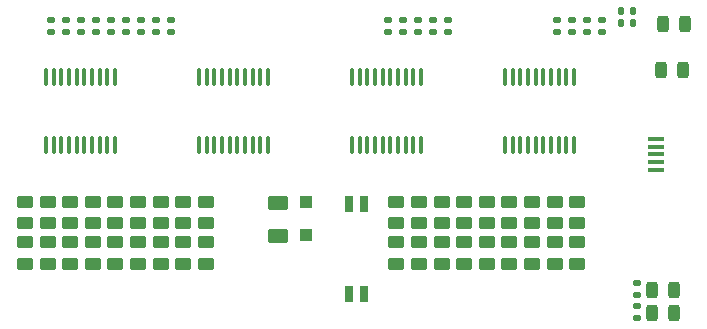
<source format=gtp>
G04 #@! TF.GenerationSoftware,KiCad,Pcbnew,(6.0.4)*
G04 #@! TF.CreationDate,2022-07-19T20:37:22-05:00*
G04 #@! TF.ProjectId,rascsi_2p6,72617363-7369-45f3-9270-362e6b696361,rev?*
G04 #@! TF.SameCoordinates,Original*
G04 #@! TF.FileFunction,Paste,Top*
G04 #@! TF.FilePolarity,Positive*
%FSLAX46Y46*%
G04 Gerber Fmt 4.6, Leading zero omitted, Abs format (unit mm)*
G04 Created by KiCad (PCBNEW (6.0.4)) date 2022-07-19 20:37:22*
%MOMM*%
%LPD*%
G01*
G04 APERTURE LIST*
G04 Aperture macros list*
%AMRoundRect*
0 Rectangle with rounded corners*
0 $1 Rounding radius*
0 $2 $3 $4 $5 $6 $7 $8 $9 X,Y pos of 4 corners*
0 Add a 4 corners polygon primitive as box body*
4,1,4,$2,$3,$4,$5,$6,$7,$8,$9,$2,$3,0*
0 Add four circle primitives for the rounded corners*
1,1,$1+$1,$2,$3*
1,1,$1+$1,$4,$5*
1,1,$1+$1,$6,$7*
1,1,$1+$1,$8,$9*
0 Add four rect primitives between the rounded corners*
20,1,$1+$1,$2,$3,$4,$5,0*
20,1,$1+$1,$4,$5,$6,$7,0*
20,1,$1+$1,$6,$7,$8,$9,0*
20,1,$1+$1,$8,$9,$2,$3,0*%
G04 Aperture macros list end*
%ADD10RoundRect,0.100000X-0.100000X0.637500X-0.100000X-0.637500X0.100000X-0.637500X0.100000X0.637500X0*%
%ADD11RoundRect,0.100000X0.100000X-0.637500X0.100000X0.637500X-0.100000X0.637500X-0.100000X-0.637500X0*%
%ADD12RoundRect,0.243750X0.243750X0.456250X-0.243750X0.456250X-0.243750X-0.456250X0.243750X-0.456250X0*%
%ADD13RoundRect,0.250000X-0.450000X0.262500X-0.450000X-0.262500X0.450000X-0.262500X0.450000X0.262500X0*%
%ADD14RoundRect,0.250000X-0.625000X0.375000X-0.625000X-0.375000X0.625000X-0.375000X0.625000X0.375000X0*%
%ADD15RoundRect,0.135000X-0.135000X-0.185000X0.135000X-0.185000X0.135000X0.185000X-0.135000X0.185000X0*%
%ADD16RoundRect,0.135000X-0.185000X0.135000X-0.185000X-0.135000X0.185000X-0.135000X0.185000X0.135000X0*%
%ADD17RoundRect,0.250000X0.450000X-0.262500X0.450000X0.262500X-0.450000X0.262500X-0.450000X-0.262500X0*%
%ADD18R,0.750000X1.425000*%
%ADD19R,1.100000X1.100000*%
%ADD20R,1.400000X0.400000*%
G04 APERTURE END LIST*
D10*
X228477000Y-54922500D03*
X227827000Y-54922500D03*
X227177000Y-54922500D03*
X226527000Y-54922500D03*
X225877000Y-54922500D03*
X225227000Y-54922500D03*
X224577000Y-54922500D03*
X223927000Y-54922500D03*
X223277000Y-54922500D03*
X222627000Y-54922500D03*
X222627000Y-60647500D03*
X223277000Y-60647500D03*
X223927000Y-60647500D03*
X224577000Y-60647500D03*
X225227000Y-60647500D03*
X225877000Y-60647500D03*
X226527000Y-60647500D03*
X227177000Y-60647500D03*
X227827000Y-60647500D03*
X228477000Y-60647500D03*
X215523000Y-54922500D03*
X214873000Y-54922500D03*
X214223000Y-54922500D03*
X213573000Y-54922500D03*
X212923000Y-54922500D03*
X212273000Y-54922500D03*
X211623000Y-54922500D03*
X210973000Y-54922500D03*
X210323000Y-54922500D03*
X209673000Y-54922500D03*
X209673000Y-60647500D03*
X210323000Y-60647500D03*
X210973000Y-60647500D03*
X211623000Y-60647500D03*
X212273000Y-60647500D03*
X212923000Y-60647500D03*
X213573000Y-60647500D03*
X214223000Y-60647500D03*
X214873000Y-60647500D03*
X215523000Y-60647500D03*
D11*
X183765000Y-60647500D03*
X184415000Y-60647500D03*
X185065000Y-60647500D03*
X185715000Y-60647500D03*
X186365000Y-60647500D03*
X187015000Y-60647500D03*
X187665000Y-60647500D03*
X188315000Y-60647500D03*
X188965000Y-60647500D03*
X189615000Y-60647500D03*
X189615000Y-54922500D03*
X188965000Y-54922500D03*
X188315000Y-54922500D03*
X187665000Y-54922500D03*
X187015000Y-54922500D03*
X186365000Y-54922500D03*
X185715000Y-54922500D03*
X185065000Y-54922500D03*
X184415000Y-54922500D03*
X183765000Y-54922500D03*
X196719000Y-60647500D03*
X197369000Y-60647500D03*
X198019000Y-60647500D03*
X198669000Y-60647500D03*
X199319000Y-60647500D03*
X199969000Y-60647500D03*
X200619000Y-60647500D03*
X201269000Y-60647500D03*
X201919000Y-60647500D03*
X202569000Y-60647500D03*
X202569000Y-54922500D03*
X201919000Y-54922500D03*
X201269000Y-54922500D03*
X200619000Y-54922500D03*
X199969000Y-54922500D03*
X199319000Y-54922500D03*
X198669000Y-54922500D03*
X198019000Y-54922500D03*
X197369000Y-54922500D03*
X196719000Y-54922500D03*
D12*
X236967000Y-74866500D03*
X235092000Y-74866500D03*
X237841000Y-50419000D03*
X235966000Y-50419000D03*
X237729000Y-54356000D03*
X235854000Y-54356000D03*
D13*
X221090000Y-65487500D03*
X221090000Y-67312500D03*
D14*
X203450000Y-65600000D03*
X203450000Y-68400000D03*
D15*
X232448500Y-49339500D03*
X233468500Y-49339500D03*
D16*
X233807000Y-74293000D03*
X233807000Y-75313000D03*
X227012500Y-50059000D03*
X227012500Y-51079000D03*
X228282500Y-50059000D03*
X228282500Y-51079000D03*
X229552500Y-50059000D03*
X229552500Y-51079000D03*
X212725000Y-50059000D03*
X212725000Y-51079000D03*
X215265000Y-50059000D03*
X215265000Y-51079000D03*
X216535000Y-50059000D03*
X216535000Y-51079000D03*
X217805000Y-50059000D03*
X217805000Y-51079000D03*
X185420000Y-50059000D03*
X185420000Y-51079000D03*
X186690000Y-50059000D03*
X186690000Y-51079000D03*
X190500000Y-50059000D03*
X190500000Y-51079000D03*
X191770000Y-50059000D03*
X191770000Y-51079000D03*
X193040000Y-50059000D03*
X193040000Y-51079000D03*
X194310000Y-50059000D03*
X194310000Y-51079000D03*
D13*
X223002500Y-65487500D03*
X223002500Y-67312500D03*
X224915000Y-65487500D03*
X224915000Y-67312500D03*
X226827500Y-65487500D03*
X226827500Y-67312500D03*
X228740000Y-65487500D03*
X228740000Y-67312500D03*
X213440000Y-65487500D03*
X213440000Y-67312500D03*
X215352500Y-65487500D03*
X215352500Y-67312500D03*
X217265000Y-65487500D03*
X217265000Y-67312500D03*
X219177500Y-65487500D03*
X219177500Y-67312500D03*
X185825000Y-65487500D03*
X185825000Y-67312500D03*
X187737500Y-65487500D03*
X187737500Y-67312500D03*
X189650000Y-65487500D03*
X189650000Y-67312500D03*
X191562500Y-65487500D03*
X191562500Y-67312500D03*
X193475000Y-65487500D03*
X193475000Y-67312500D03*
X195387500Y-65487500D03*
X195387500Y-67312500D03*
X197300000Y-65487500D03*
X197300000Y-67312500D03*
D17*
X223002500Y-70712500D03*
X223002500Y-68887500D03*
X224915000Y-70712500D03*
X224915000Y-68887500D03*
X226827500Y-70712500D03*
X226827500Y-68887500D03*
X228740000Y-70712500D03*
X228740000Y-68887500D03*
X213440000Y-70712500D03*
X213440000Y-68887500D03*
X215352500Y-70712500D03*
X215352500Y-68887500D03*
X217265000Y-70712500D03*
X217265000Y-68887500D03*
X219177500Y-70712500D03*
X219177500Y-68887500D03*
X221090000Y-70712500D03*
X221090000Y-68887500D03*
X182000000Y-70712500D03*
X182000000Y-68887500D03*
X183912500Y-70712500D03*
X183912500Y-68887500D03*
X185825000Y-70712500D03*
X185825000Y-68887500D03*
X187737500Y-70712500D03*
X187737500Y-68887500D03*
X189650000Y-70712500D03*
X189650000Y-68887500D03*
X191562500Y-70712500D03*
X191562500Y-68887500D03*
X193475000Y-70712500D03*
X193475000Y-68887500D03*
X195387500Y-70712500D03*
X195387500Y-68887500D03*
X197300000Y-70712500D03*
X197300000Y-68887500D03*
D16*
X189230000Y-50059000D03*
X189230000Y-51079000D03*
X184150000Y-50059000D03*
X184150000Y-51079000D03*
X187960000Y-50059000D03*
X187960000Y-51079000D03*
D13*
X182000000Y-65487500D03*
X182000000Y-67312500D03*
X183912500Y-65487500D03*
X183912500Y-67312500D03*
D16*
X233807000Y-72388000D03*
X233807000Y-73408000D03*
D18*
X210715000Y-65687500D03*
X209445000Y-65687500D03*
X209445000Y-73311500D03*
X210715000Y-73311500D03*
D19*
X205770000Y-65525000D03*
X205770000Y-68325000D03*
D12*
X236967000Y-72961500D03*
X235092000Y-72961500D03*
D15*
X232448500Y-50355500D03*
X233468500Y-50355500D03*
D20*
X235405000Y-62760000D03*
X235405000Y-62110000D03*
X235405000Y-61460000D03*
X235405000Y-60810000D03*
X235405000Y-60160000D03*
D16*
X230822500Y-50059000D03*
X230822500Y-51079000D03*
X213995000Y-50059000D03*
X213995000Y-51079000D03*
M02*

</source>
